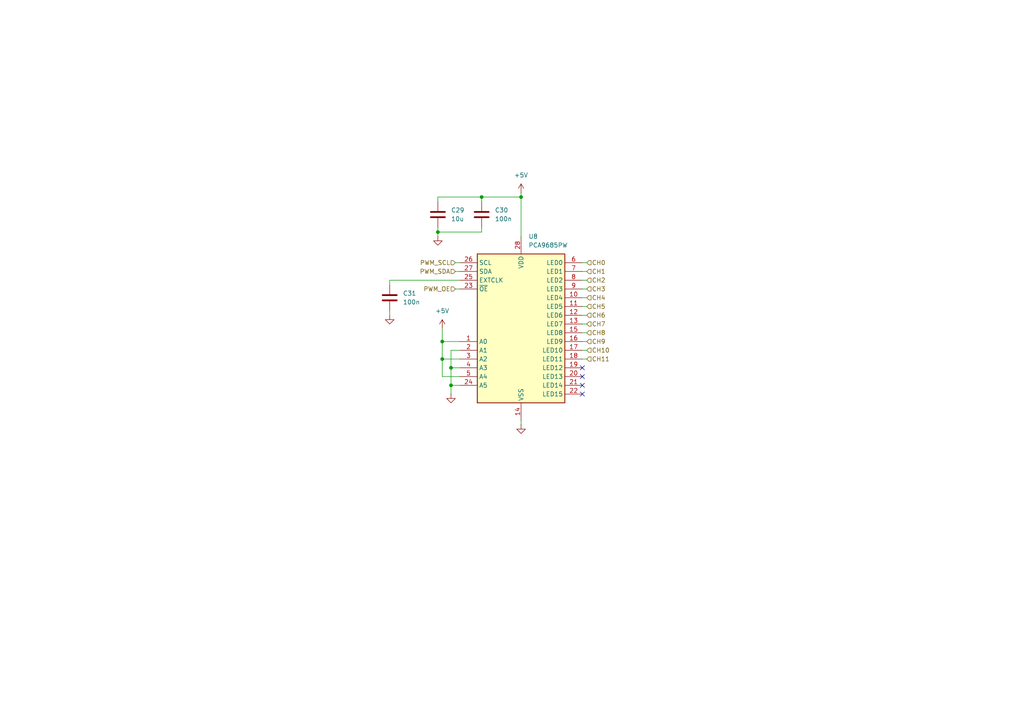
<source format=kicad_sch>
(kicad_sch
	(version 20250114)
	(generator "eeschema")
	(generator_version "9.0")
	(uuid "fb50fb94-3d56-46fa-924e-ab714dbbefc7")
	(paper "A4")
	(lib_symbols
		(symbol "Device:C"
			(pin_numbers
				(hide yes)
			)
			(pin_names
				(offset 0.254)
			)
			(exclude_from_sim no)
			(in_bom yes)
			(on_board yes)
			(property "Reference" "C"
				(at 0.635 2.54 0)
				(effects
					(font
						(size 1.27 1.27)
					)
					(justify left)
				)
			)
			(property "Value" "C"
				(at 0.635 -2.54 0)
				(effects
					(font
						(size 1.27 1.27)
					)
					(justify left)
				)
			)
			(property "Footprint" ""
				(at 0.9652 -3.81 0)
				(effects
					(font
						(size 1.27 1.27)
					)
					(hide yes)
				)
			)
			(property "Datasheet" "~"
				(at 0 0 0)
				(effects
					(font
						(size 1.27 1.27)
					)
					(hide yes)
				)
			)
			(property "Description" "Unpolarized capacitor"
				(at 0 0 0)
				(effects
					(font
						(size 1.27 1.27)
					)
					(hide yes)
				)
			)
			(property "ki_keywords" "cap capacitor"
				(at 0 0 0)
				(effects
					(font
						(size 1.27 1.27)
					)
					(hide yes)
				)
			)
			(property "ki_fp_filters" "C_*"
				(at 0 0 0)
				(effects
					(font
						(size 1.27 1.27)
					)
					(hide yes)
				)
			)
			(symbol "C_0_1"
				(polyline
					(pts
						(xy -2.032 0.762) (xy 2.032 0.762)
					)
					(stroke
						(width 0.508)
						(type default)
					)
					(fill
						(type none)
					)
				)
				(polyline
					(pts
						(xy -2.032 -0.762) (xy 2.032 -0.762)
					)
					(stroke
						(width 0.508)
						(type default)
					)
					(fill
						(type none)
					)
				)
			)
			(symbol "C_1_1"
				(pin passive line
					(at 0 3.81 270)
					(length 2.794)
					(name "~"
						(effects
							(font
								(size 1.27 1.27)
							)
						)
					)
					(number "1"
						(effects
							(font
								(size 1.27 1.27)
							)
						)
					)
				)
				(pin passive line
					(at 0 -3.81 90)
					(length 2.794)
					(name "~"
						(effects
							(font
								(size 1.27 1.27)
							)
						)
					)
					(number "2"
						(effects
							(font
								(size 1.27 1.27)
							)
						)
					)
				)
			)
			(embedded_fonts no)
		)
		(symbol "Driver_LED:PCA9685PW"
			(exclude_from_sim no)
			(in_bom yes)
			(on_board yes)
			(property "Reference" "U"
				(at -12.7 22.225 0)
				(effects
					(font
						(size 1.27 1.27)
					)
					(justify left)
				)
			)
			(property "Value" "PCA9685PW"
				(at 1.27 22.225 0)
				(effects
					(font
						(size 1.27 1.27)
					)
					(justify left)
				)
			)
			(property "Footprint" "Package_SO:TSSOP-28_4.4x9.7mm_P0.65mm"
				(at 0.635 -24.765 0)
				(effects
					(font
						(size 1.27 1.27)
					)
					(justify left)
					(hide yes)
				)
			)
			(property "Datasheet" "http://www.nxp.com/docs/en/data-sheet/PCA9685.pdf"
				(at -10.16 17.78 0)
				(effects
					(font
						(size 1.27 1.27)
					)
					(hide yes)
				)
			)
			(property "Description" "16-channel 12-bit PWM Fm+ I2C-bus LED controller RGBA TSSOP"
				(at 0 0 0)
				(effects
					(font
						(size 1.27 1.27)
					)
					(hide yes)
				)
			)
			(property "ki_keywords" "PWM LED driver I2C TSSOP"
				(at 0 0 0)
				(effects
					(font
						(size 1.27 1.27)
					)
					(hide yes)
				)
			)
			(property "ki_fp_filters" "TSSOP*4.4x9.7mm*P0.65mm*"
				(at 0 0 0)
				(effects
					(font
						(size 1.27 1.27)
					)
					(hide yes)
				)
			)
			(symbol "PCA9685PW_0_1"
				(rectangle
					(start -12.7 20.32)
					(end 12.7 -22.86)
					(stroke
						(width 0.254)
						(type default)
					)
					(fill
						(type background)
					)
				)
			)
			(symbol "PCA9685PW_1_1"
				(pin input line
					(at -17.78 17.78 0)
					(length 5.08)
					(name "SCL"
						(effects
							(font
								(size 1.27 1.27)
							)
						)
					)
					(number "26"
						(effects
							(font
								(size 1.27 1.27)
							)
						)
					)
				)
				(pin bidirectional line
					(at -17.78 15.24 0)
					(length 5.08)
					(name "SDA"
						(effects
							(font
								(size 1.27 1.27)
							)
						)
					)
					(number "27"
						(effects
							(font
								(size 1.27 1.27)
							)
						)
					)
				)
				(pin input line
					(at -17.78 12.7 0)
					(length 5.08)
					(name "EXTCLK"
						(effects
							(font
								(size 1.27 1.27)
							)
						)
					)
					(number "25"
						(effects
							(font
								(size 1.27 1.27)
							)
						)
					)
				)
				(pin input line
					(at -17.78 10.16 0)
					(length 5.08)
					(name "~{OE}"
						(effects
							(font
								(size 1.27 1.27)
							)
						)
					)
					(number "23"
						(effects
							(font
								(size 1.27 1.27)
							)
						)
					)
				)
				(pin input line
					(at -17.78 -5.08 0)
					(length 5.08)
					(name "A0"
						(effects
							(font
								(size 1.27 1.27)
							)
						)
					)
					(number "1"
						(effects
							(font
								(size 1.27 1.27)
							)
						)
					)
				)
				(pin input line
					(at -17.78 -7.62 0)
					(length 5.08)
					(name "A1"
						(effects
							(font
								(size 1.27 1.27)
							)
						)
					)
					(number "2"
						(effects
							(font
								(size 1.27 1.27)
							)
						)
					)
				)
				(pin input line
					(at -17.78 -10.16 0)
					(length 5.08)
					(name "A2"
						(effects
							(font
								(size 1.27 1.27)
							)
						)
					)
					(number "3"
						(effects
							(font
								(size 1.27 1.27)
							)
						)
					)
				)
				(pin input line
					(at -17.78 -12.7 0)
					(length 5.08)
					(name "A3"
						(effects
							(font
								(size 1.27 1.27)
							)
						)
					)
					(number "4"
						(effects
							(font
								(size 1.27 1.27)
							)
						)
					)
				)
				(pin input line
					(at -17.78 -15.24 0)
					(length 5.08)
					(name "A4"
						(effects
							(font
								(size 1.27 1.27)
							)
						)
					)
					(number "5"
						(effects
							(font
								(size 1.27 1.27)
							)
						)
					)
				)
				(pin input line
					(at -17.78 -17.78 0)
					(length 5.08)
					(name "A5"
						(effects
							(font
								(size 1.27 1.27)
							)
						)
					)
					(number "24"
						(effects
							(font
								(size 1.27 1.27)
							)
						)
					)
				)
				(pin power_in line
					(at 0 25.4 270)
					(length 5.08)
					(name "VDD"
						(effects
							(font
								(size 1.27 1.27)
							)
						)
					)
					(number "28"
						(effects
							(font
								(size 1.27 1.27)
							)
						)
					)
				)
				(pin power_in line
					(at 0 -27.94 90)
					(length 5.08)
					(name "VSS"
						(effects
							(font
								(size 1.27 1.27)
							)
						)
					)
					(number "14"
						(effects
							(font
								(size 1.27 1.27)
							)
						)
					)
				)
				(pin output line
					(at 17.78 17.78 180)
					(length 5.08)
					(name "LED0"
						(effects
							(font
								(size 1.27 1.27)
							)
						)
					)
					(number "6"
						(effects
							(font
								(size 1.27 1.27)
							)
						)
					)
				)
				(pin output line
					(at 17.78 15.24 180)
					(length 5.08)
					(name "LED1"
						(effects
							(font
								(size 1.27 1.27)
							)
						)
					)
					(number "7"
						(effects
							(font
								(size 1.27 1.27)
							)
						)
					)
				)
				(pin output line
					(at 17.78 12.7 180)
					(length 5.08)
					(name "LED2"
						(effects
							(font
								(size 1.27 1.27)
							)
						)
					)
					(number "8"
						(effects
							(font
								(size 1.27 1.27)
							)
						)
					)
				)
				(pin output line
					(at 17.78 10.16 180)
					(length 5.08)
					(name "LED3"
						(effects
							(font
								(size 1.27 1.27)
							)
						)
					)
					(number "9"
						(effects
							(font
								(size 1.27 1.27)
							)
						)
					)
				)
				(pin output line
					(at 17.78 7.62 180)
					(length 5.08)
					(name "LED4"
						(effects
							(font
								(size 1.27 1.27)
							)
						)
					)
					(number "10"
						(effects
							(font
								(size 1.27 1.27)
							)
						)
					)
				)
				(pin output line
					(at 17.78 5.08 180)
					(length 5.08)
					(name "LED5"
						(effects
							(font
								(size 1.27 1.27)
							)
						)
					)
					(number "11"
						(effects
							(font
								(size 1.27 1.27)
							)
						)
					)
				)
				(pin output line
					(at 17.78 2.54 180)
					(length 5.08)
					(name "LED6"
						(effects
							(font
								(size 1.27 1.27)
							)
						)
					)
					(number "12"
						(effects
							(font
								(size 1.27 1.27)
							)
						)
					)
				)
				(pin output line
					(at 17.78 0 180)
					(length 5.08)
					(name "LED7"
						(effects
							(font
								(size 1.27 1.27)
							)
						)
					)
					(number "13"
						(effects
							(font
								(size 1.27 1.27)
							)
						)
					)
				)
				(pin output line
					(at 17.78 -2.54 180)
					(length 5.08)
					(name "LED8"
						(effects
							(font
								(size 1.27 1.27)
							)
						)
					)
					(number "15"
						(effects
							(font
								(size 1.27 1.27)
							)
						)
					)
				)
				(pin output line
					(at 17.78 -5.08 180)
					(length 5.08)
					(name "LED9"
						(effects
							(font
								(size 1.27 1.27)
							)
						)
					)
					(number "16"
						(effects
							(font
								(size 1.27 1.27)
							)
						)
					)
				)
				(pin output line
					(at 17.78 -7.62 180)
					(length 5.08)
					(name "LED10"
						(effects
							(font
								(size 1.27 1.27)
							)
						)
					)
					(number "17"
						(effects
							(font
								(size 1.27 1.27)
							)
						)
					)
				)
				(pin output line
					(at 17.78 -10.16 180)
					(length 5.08)
					(name "LED11"
						(effects
							(font
								(size 1.27 1.27)
							)
						)
					)
					(number "18"
						(effects
							(font
								(size 1.27 1.27)
							)
						)
					)
				)
				(pin output line
					(at 17.78 -12.7 180)
					(length 5.08)
					(name "LED12"
						(effects
							(font
								(size 1.27 1.27)
							)
						)
					)
					(number "19"
						(effects
							(font
								(size 1.27 1.27)
							)
						)
					)
				)
				(pin output line
					(at 17.78 -15.24 180)
					(length 5.08)
					(name "LED13"
						(effects
							(font
								(size 1.27 1.27)
							)
						)
					)
					(number "20"
						(effects
							(font
								(size 1.27 1.27)
							)
						)
					)
				)
				(pin output line
					(at 17.78 -17.78 180)
					(length 5.08)
					(name "LED14"
						(effects
							(font
								(size 1.27 1.27)
							)
						)
					)
					(number "21"
						(effects
							(font
								(size 1.27 1.27)
							)
						)
					)
				)
				(pin output line
					(at 17.78 -20.32 180)
					(length 5.08)
					(name "LED15"
						(effects
							(font
								(size 1.27 1.27)
							)
						)
					)
					(number "22"
						(effects
							(font
								(size 1.27 1.27)
							)
						)
					)
				)
			)
			(embedded_fonts no)
		)
		(symbol "power:+5V"
			(power)
			(pin_numbers
				(hide yes)
			)
			(pin_names
				(offset 0)
				(hide yes)
			)
			(exclude_from_sim no)
			(in_bom yes)
			(on_board yes)
			(property "Reference" "#PWR"
				(at 0 -3.81 0)
				(effects
					(font
						(size 1.27 1.27)
					)
					(hide yes)
				)
			)
			(property "Value" "+5V"
				(at 0 3.556 0)
				(effects
					(font
						(size 1.27 1.27)
					)
				)
			)
			(property "Footprint" ""
				(at 0 0 0)
				(effects
					(font
						(size 1.27 1.27)
					)
					(hide yes)
				)
			)
			(property "Datasheet" ""
				(at 0 0 0)
				(effects
					(font
						(size 1.27 1.27)
					)
					(hide yes)
				)
			)
			(property "Description" "Power symbol creates a global label with name \"+5V\""
				(at 0 0 0)
				(effects
					(font
						(size 1.27 1.27)
					)
					(hide yes)
				)
			)
			(property "ki_keywords" "global power"
				(at 0 0 0)
				(effects
					(font
						(size 1.27 1.27)
					)
					(hide yes)
				)
			)
			(symbol "+5V_0_1"
				(polyline
					(pts
						(xy -0.762 1.27) (xy 0 2.54)
					)
					(stroke
						(width 0)
						(type default)
					)
					(fill
						(type none)
					)
				)
				(polyline
					(pts
						(xy 0 2.54) (xy 0.762 1.27)
					)
					(stroke
						(width 0)
						(type default)
					)
					(fill
						(type none)
					)
				)
				(polyline
					(pts
						(xy 0 0) (xy 0 2.54)
					)
					(stroke
						(width 0)
						(type default)
					)
					(fill
						(type none)
					)
				)
			)
			(symbol "+5V_1_1"
				(pin power_in line
					(at 0 0 90)
					(length 0)
					(name "~"
						(effects
							(font
								(size 1.27 1.27)
							)
						)
					)
					(number "1"
						(effects
							(font
								(size 1.27 1.27)
							)
						)
					)
				)
			)
			(embedded_fonts no)
		)
		(symbol "power:GND"
			(power)
			(pin_numbers
				(hide yes)
			)
			(pin_names
				(offset 0)
				(hide yes)
			)
			(exclude_from_sim no)
			(in_bom yes)
			(on_board yes)
			(property "Reference" "#PWR"
				(at 0 -6.35 0)
				(effects
					(font
						(size 1.27 1.27)
					)
					(hide yes)
				)
			)
			(property "Value" "GND"
				(at 0 -3.81 0)
				(effects
					(font
						(size 1.27 1.27)
					)
				)
			)
			(property "Footprint" ""
				(at 0 0 0)
				(effects
					(font
						(size 1.27 1.27)
					)
					(hide yes)
				)
			)
			(property "Datasheet" ""
				(at 0 0 0)
				(effects
					(font
						(size 1.27 1.27)
					)
					(hide yes)
				)
			)
			(property "Description" "Power symbol creates a global label with name \"GND\" , ground"
				(at 0 0 0)
				(effects
					(font
						(size 1.27 1.27)
					)
					(hide yes)
				)
			)
			(property "ki_keywords" "global power"
				(at 0 0 0)
				(effects
					(font
						(size 1.27 1.27)
					)
					(hide yes)
				)
			)
			(symbol "GND_0_1"
				(polyline
					(pts
						(xy 0 0) (xy 0 -1.27) (xy 1.27 -1.27) (xy 0 -2.54) (xy -1.27 -1.27) (xy 0 -1.27)
					)
					(stroke
						(width 0)
						(type default)
					)
					(fill
						(type none)
					)
				)
			)
			(symbol "GND_1_1"
				(pin power_in line
					(at 0 0 270)
					(length 0)
					(name "~"
						(effects
							(font
								(size 1.27 1.27)
							)
						)
					)
					(number "1"
						(effects
							(font
								(size 1.27 1.27)
							)
						)
					)
				)
			)
			(embedded_fonts no)
		)
	)
	(junction
		(at 130.81 111.76)
		(diameter 0)
		(color 0 0 0 0)
		(uuid "2dfa9f6f-87d1-4ae5-8ce9-ed1040a3f621")
	)
	(junction
		(at 128.27 99.06)
		(diameter 0)
		(color 0 0 0 0)
		(uuid "635f813c-d87c-4b18-b9d0-c7e127f4fb7d")
	)
	(junction
		(at 139.7 57.15)
		(diameter 0)
		(color 0 0 0 0)
		(uuid "6d61b2cc-da4a-4a63-8679-46794c09e6c2")
	)
	(junction
		(at 151.13 57.15)
		(diameter 0)
		(color 0 0 0 0)
		(uuid "96cba964-0f27-43d7-9b8c-9d22ff0e295b")
	)
	(junction
		(at 128.27 104.14)
		(diameter 0)
		(color 0 0 0 0)
		(uuid "b6be9025-481c-4417-a270-6bc5395a19e6")
	)
	(junction
		(at 130.81 106.68)
		(diameter 0)
		(color 0 0 0 0)
		(uuid "e336ea19-c62a-4e70-9f09-a8b5b5908b81")
	)
	(junction
		(at 127 67.31)
		(diameter 0)
		(color 0 0 0 0)
		(uuid "e5de19b7-e206-4fd7-8d61-05c5279683e6")
	)
	(no_connect
		(at 168.91 114.3)
		(uuid "53c82638-6c86-445d-8fb0-223e058f11f9")
	)
	(no_connect
		(at 168.91 111.76)
		(uuid "80baec7d-8521-489b-bdb3-eef65924ccec")
	)
	(no_connect
		(at 168.91 106.68)
		(uuid "e19672a9-8183-47ca-8a31-afc50b428890")
	)
	(no_connect
		(at 168.91 109.22)
		(uuid "f3f64e55-4d6a-42d7-8603-f1648222a0c4")
	)
	(wire
		(pts
			(xy 168.91 91.44) (xy 170.18 91.44)
		)
		(stroke
			(width 0)
			(type default)
		)
		(uuid "0386f2e9-4dce-4cd4-8360-87a23f04909e")
	)
	(wire
		(pts
			(xy 139.7 57.15) (xy 151.13 57.15)
		)
		(stroke
			(width 0)
			(type default)
		)
		(uuid "0778557c-850b-4630-92ad-3d343cc44b03")
	)
	(wire
		(pts
			(xy 127 66.04) (xy 127 67.31)
		)
		(stroke
			(width 0)
			(type default)
		)
		(uuid "13369560-4541-4707-a279-0d48dbc421c2")
	)
	(wire
		(pts
			(xy 168.91 83.82) (xy 170.18 83.82)
		)
		(stroke
			(width 0)
			(type default)
		)
		(uuid "160c9f6f-3dd5-4d67-9678-14a5d9d92998")
	)
	(wire
		(pts
			(xy 168.91 88.9) (xy 170.18 88.9)
		)
		(stroke
			(width 0)
			(type default)
		)
		(uuid "1a61c11c-e0f3-4c2d-8828-df423eb66824")
	)
	(wire
		(pts
			(xy 130.81 106.68) (xy 130.81 111.76)
		)
		(stroke
			(width 0)
			(type default)
		)
		(uuid "1acb6b20-dd34-49d9-bf83-7e0de2367494")
	)
	(wire
		(pts
			(xy 127 67.31) (xy 127 68.58)
		)
		(stroke
			(width 0)
			(type default)
		)
		(uuid "233100f8-4e89-4d40-9ef3-60bd37a49efe")
	)
	(wire
		(pts
			(xy 139.7 57.15) (xy 139.7 58.42)
		)
		(stroke
			(width 0)
			(type default)
		)
		(uuid "285571cb-0772-4f57-ace8-008a89530fd9")
	)
	(wire
		(pts
			(xy 139.7 67.31) (xy 127 67.31)
		)
		(stroke
			(width 0)
			(type default)
		)
		(uuid "2cd78cac-7b03-4700-8a3f-ee97bc4bf67a")
	)
	(wire
		(pts
			(xy 139.7 66.04) (xy 139.7 67.31)
		)
		(stroke
			(width 0)
			(type default)
		)
		(uuid "3801a2ae-b519-4efd-b7a3-10127d40408f")
	)
	(wire
		(pts
			(xy 151.13 57.15) (xy 151.13 68.58)
		)
		(stroke
			(width 0)
			(type default)
		)
		(uuid "3a4f956c-b8e2-43be-988c-b56af562a200")
	)
	(wire
		(pts
			(xy 151.13 121.92) (xy 151.13 123.19)
		)
		(stroke
			(width 0)
			(type default)
		)
		(uuid "4a9645ca-adf6-4f98-8805-d5df28f746fa")
	)
	(wire
		(pts
			(xy 128.27 99.06) (xy 128.27 95.25)
		)
		(stroke
			(width 0)
			(type default)
		)
		(uuid "4c8685dc-815a-480f-b7fb-dd90a13ec44d")
	)
	(wire
		(pts
			(xy 132.08 78.74) (xy 133.35 78.74)
		)
		(stroke
			(width 0)
			(type default)
		)
		(uuid "5444e112-8a6c-47cb-b765-7e77b22c81c8")
	)
	(wire
		(pts
			(xy 168.91 93.98) (xy 170.18 93.98)
		)
		(stroke
			(width 0)
			(type default)
		)
		(uuid "559348f5-8572-4de5-b324-269051b52c29")
	)
	(wire
		(pts
			(xy 168.91 104.14) (xy 170.18 104.14)
		)
		(stroke
			(width 0)
			(type default)
		)
		(uuid "58de9727-90bb-432a-b541-34f7eaab2b0a")
	)
	(wire
		(pts
			(xy 133.35 101.6) (xy 130.81 101.6)
		)
		(stroke
			(width 0)
			(type default)
		)
		(uuid "64102c7d-a2a7-4542-a338-4d55e66093ec")
	)
	(wire
		(pts
			(xy 130.81 101.6) (xy 130.81 106.68)
		)
		(stroke
			(width 0)
			(type default)
		)
		(uuid "6876f162-8d6a-4823-8b60-e25ec28410f9")
	)
	(wire
		(pts
			(xy 128.27 109.22) (xy 128.27 104.14)
		)
		(stroke
			(width 0)
			(type default)
		)
		(uuid "6ad6d3a9-c61d-44dd-ac73-4b14c354877d")
	)
	(wire
		(pts
			(xy 113.03 81.28) (xy 133.35 81.28)
		)
		(stroke
			(width 0)
			(type default)
		)
		(uuid "6c4a4ddd-1a30-4968-98d4-9a3f334e3fde")
	)
	(wire
		(pts
			(xy 168.91 99.06) (xy 170.18 99.06)
		)
		(stroke
			(width 0)
			(type default)
		)
		(uuid "727fd7b8-7749-4f39-bc1d-3ac8ccb5dd0b")
	)
	(wire
		(pts
			(xy 128.27 104.14) (xy 128.27 99.06)
		)
		(stroke
			(width 0)
			(type default)
		)
		(uuid "75c837fc-bf47-41f6-868d-f7b21e5deab5")
	)
	(wire
		(pts
			(xy 128.27 104.14) (xy 133.35 104.14)
		)
		(stroke
			(width 0)
			(type default)
		)
		(uuid "77980788-50f7-4bfd-a889-8171512a981f")
	)
	(wire
		(pts
			(xy 128.27 99.06) (xy 133.35 99.06)
		)
		(stroke
			(width 0)
			(type default)
		)
		(uuid "7d5cd895-e1f2-40cf-ae95-da702859426c")
	)
	(wire
		(pts
			(xy 133.35 109.22) (xy 128.27 109.22)
		)
		(stroke
			(width 0)
			(type default)
		)
		(uuid "878979e1-c44b-4e10-ac13-751e9d87b6cc")
	)
	(wire
		(pts
			(xy 132.08 76.2) (xy 133.35 76.2)
		)
		(stroke
			(width 0)
			(type default)
		)
		(uuid "8ab0ff14-f700-41c6-b66d-1c0c97910248")
	)
	(wire
		(pts
			(xy 130.81 111.76) (xy 130.81 114.3)
		)
		(stroke
			(width 0)
			(type default)
		)
		(uuid "8d7c4379-e336-4cc2-928d-d6f543a3e3bf")
	)
	(wire
		(pts
			(xy 168.91 76.2) (xy 170.18 76.2)
		)
		(stroke
			(width 0)
			(type default)
		)
		(uuid "8d821b74-790c-4ce4-be95-e3563d1faf6b")
	)
	(wire
		(pts
			(xy 168.91 86.36) (xy 170.18 86.36)
		)
		(stroke
			(width 0)
			(type default)
		)
		(uuid "9308f20e-b223-4858-af8f-b0a85913779c")
	)
	(wire
		(pts
			(xy 168.91 101.6) (xy 170.18 101.6)
		)
		(stroke
			(width 0)
			(type default)
		)
		(uuid "980aa54d-abac-40d3-ac6e-66921c52fdb6")
	)
	(wire
		(pts
			(xy 151.13 55.88) (xy 151.13 57.15)
		)
		(stroke
			(width 0)
			(type default)
		)
		(uuid "99ace3c4-c553-4b81-9425-5bafa9c1d5f5")
	)
	(wire
		(pts
			(xy 132.08 83.82) (xy 133.35 83.82)
		)
		(stroke
			(width 0)
			(type default)
		)
		(uuid "9abd4cda-7b91-4444-a302-cecc4def41fb")
	)
	(wire
		(pts
			(xy 127 57.15) (xy 139.7 57.15)
		)
		(stroke
			(width 0)
			(type default)
		)
		(uuid "a22b20cc-97bf-4b63-947c-4a14514a9692")
	)
	(wire
		(pts
			(xy 130.81 106.68) (xy 133.35 106.68)
		)
		(stroke
			(width 0)
			(type default)
		)
		(uuid "a8a9990a-4b2e-41c3-b48c-2fd5d0f7be45")
	)
	(wire
		(pts
			(xy 168.91 78.74) (xy 170.18 78.74)
		)
		(stroke
			(width 0)
			(type default)
		)
		(uuid "acb139b1-b293-48c2-bf24-ded83f12c20b")
	)
	(wire
		(pts
			(xy 168.91 81.28) (xy 170.18 81.28)
		)
		(stroke
			(width 0)
			(type default)
		)
		(uuid "aecc79c8-72f3-4ce6-b135-c00d7e174168")
	)
	(wire
		(pts
			(xy 113.03 82.55) (xy 113.03 81.28)
		)
		(stroke
			(width 0)
			(type default)
		)
		(uuid "c263e93b-e56a-4b08-9f9a-25782bbae508")
	)
	(wire
		(pts
			(xy 127 58.42) (xy 127 57.15)
		)
		(stroke
			(width 0)
			(type default)
		)
		(uuid "c2ea6b02-b415-412c-b7b1-93a865e53dc6")
	)
	(wire
		(pts
			(xy 113.03 90.17) (xy 113.03 91.44)
		)
		(stroke
			(width 0)
			(type default)
		)
		(uuid "c4741c38-40f9-43fa-bb75-0bc650b6bc64")
	)
	(wire
		(pts
			(xy 130.81 111.76) (xy 133.35 111.76)
		)
		(stroke
			(width 0)
			(type default)
		)
		(uuid "c5a6424b-41c3-4fff-a30d-98f882ed61b7")
	)
	(wire
		(pts
			(xy 168.91 96.52) (xy 170.18 96.52)
		)
		(stroke
			(width 0)
			(type default)
		)
		(uuid "cdebe6ea-f940-4593-8f19-c690cb9821f9")
	)
	(hierarchical_label "CH9"
		(shape input)
		(at 170.18 99.06 0)
		(effects
			(font
				(size 1.27 1.27)
			)
			(justify left)
		)
		(uuid "0468ff2e-2555-4d5e-b40f-336db3eba850")
	)
	(hierarchical_label "PWM_OE"
		(shape input)
		(at 132.08 83.82 180)
		(effects
			(font
				(size 1.27 1.27)
			)
			(justify right)
		)
		(uuid "103cb4ba-0dc1-4e1d-9b26-752f137d75f6")
	)
	(hierarchical_label "PWM_SDA"
		(shape input)
		(at 132.08 78.74 180)
		(effects
			(font
				(size 1.27 1.27)
			)
			(justify right)
		)
		(uuid "12e598eb-3785-46e6-b0fc-50846f94be2f")
	)
	(hierarchical_label "CH5"
		(shape input)
		(at 170.18 88.9 0)
		(effects
			(font
				(size 1.27 1.27)
			)
			(justify left)
		)
		(uuid "15d9a243-74e3-4d2c-9760-8e3845c5c72c")
	)
	(hierarchical_label "CH11"
		(shape input)
		(at 170.18 104.14 0)
		(effects
			(font
				(size 1.27 1.27)
			)
			(justify left)
		)
		(uuid "2d1584a0-23a2-49e6-bf2a-c28f352ef6e3")
	)
	(hierarchical_label "CH3"
		(shape input)
		(at 170.18 83.82 0)
		(effects
			(font
				(size 1.27 1.27)
			)
			(justify left)
		)
		(uuid "3391c249-51ae-4dd5-88dc-b6794369b858")
	)
	(hierarchical_label "CH4"
		(shape input)
		(at 170.18 86.36 0)
		(effects
			(font
				(size 1.27 1.27)
			)
			(justify left)
		)
		(uuid "437ae92f-f826-4483-89c3-0611eaae894e")
	)
	(hierarchical_label "PWM_SCL"
		(shape input)
		(at 132.08 76.2 180)
		(effects
			(font
				(size 1.27 1.27)
			)
			(justify right)
		)
		(uuid "45ea3ca3-dc54-43cf-bb59-158fded67644")
	)
	(hierarchical_label "CH10"
		(shape input)
		(at 170.18 101.6 0)
		(effects
			(font
				(size 1.27 1.27)
			)
			(justify left)
		)
		(uuid "46b8e6d5-22f0-4568-8ab2-0b315885d68e")
	)
	(hierarchical_label "CH7"
		(shape input)
		(at 170.18 93.98 0)
		(effects
			(font
				(size 1.27 1.27)
			)
			(justify left)
		)
		(uuid "524dc66e-5777-49ef-9f7d-d2d2f0cba8bf")
	)
	(hierarchical_label "CH1"
		(shape input)
		(at 170.18 78.74 0)
		(effects
			(font
				(size 1.27 1.27)
			)
			(justify left)
		)
		(uuid "58a133a9-fd13-4246-b360-a5521644418a")
	)
	(hierarchical_label "CH8"
		(shape input)
		(at 170.18 96.52 0)
		(effects
			(font
				(size 1.27 1.27)
			)
			(justify left)
		)
		(uuid "64a07b49-0fd5-4d5a-9850-4dc47db7c51f")
	)
	(hierarchical_label "CH2"
		(shape input)
		(at 170.18 81.28 0)
		(effects
			(font
				(size 1.27 1.27)
			)
			(justify left)
		)
		(uuid "6abc98e4-3af9-47d2-8880-19c4703efc31")
	)
	(hierarchical_label "CH6"
		(shape input)
		(at 170.18 91.44 0)
		(effects
			(font
				(size 1.27 1.27)
			)
			(justify left)
		)
		(uuid "99158b9c-4fac-4e37-894a-a1cae4b83b60")
	)
	(hierarchical_label "CH0"
		(shape input)
		(at 170.18 76.2 0)
		(effects
			(font
				(size 1.27 1.27)
			)
			(justify left)
		)
		(uuid "f30febac-2f7f-413a-b3e4-494a39815670")
	)
	(symbol
		(lib_id "power:GND")
		(at 130.81 114.3 0)
		(unit 1)
		(exclude_from_sim no)
		(in_bom yes)
		(on_board yes)
		(dnp no)
		(fields_autoplaced yes)
		(uuid "208edc19-fd6d-490e-b3a0-3324dace99be")
		(property "Reference" "#PWR025"
			(at 130.81 120.65 0)
			(effects
				(font
					(size 1.27 1.27)
				)
				(hide yes)
			)
		)
		(property "Value" "GND"
			(at 130.81 119.38 0)
			(effects
				(font
					(size 1.27 1.27)
				)
				(hide yes)
			)
		)
		(property "Footprint" ""
			(at 130.81 114.3 0)
			(effects
				(font
					(size 1.27 1.27)
				)
				(hide yes)
			)
		)
		(property "Datasheet" ""
			(at 130.81 114.3 0)
			(effects
				(font
					(size 1.27 1.27)
				)
				(hide yes)
			)
		)
		(property "Description" "Power symbol creates a global label with name \"GND\" , ground"
			(at 130.81 114.3 0)
			(effects
				(font
					(size 1.27 1.27)
				)
				(hide yes)
			)
		)
		(pin "1"
			(uuid "3dd9d0c4-8576-4650-b1a7-588aafcd0b57")
		)
		(instances
			(project "Fan_Eve_V1.0"
				(path "/3b2348ba-8b31-4b25-9d4d-64f66293ce1c/99c1f9e4-f10a-4b07-87f7-63ddc6306732"
					(reference "#PWR025")
					(unit 1)
				)
			)
		)
	)
	(symbol
		(lib_id "Device:C")
		(at 113.03 86.36 0)
		(unit 1)
		(exclude_from_sim no)
		(in_bom yes)
		(on_board yes)
		(dnp no)
		(fields_autoplaced yes)
		(uuid "295e0f22-8d62-4f34-af81-4f3becb0ca25")
		(property "Reference" "C31"
			(at 116.84 85.0899 0)
			(effects
				(font
					(size 1.27 1.27)
				)
				(justify left)
			)
		)
		(property "Value" "100n"
			(at 116.84 87.6299 0)
			(effects
				(font
					(size 1.27 1.27)
				)
				(justify left)
			)
		)
		(property "Footprint" "Capacitor_SMD:C_0402_1005Metric"
			(at 113.9952 90.17 0)
			(effects
				(font
					(size 1.27 1.27)
				)
				(hide yes)
			)
		)
		(property "Datasheet" "~"
			(at 113.03 86.36 0)
			(effects
				(font
					(size 1.27 1.27)
				)
				(hide yes)
			)
		)
		(property "Description" "Unpolarized capacitor"
			(at 113.03 86.36 0)
			(effects
				(font
					(size 1.27 1.27)
				)
				(hide yes)
			)
		)
		(pin "2"
			(uuid "4985f262-e3ef-4290-8fb1-6c66d2bb8f6c")
		)
		(pin "1"
			(uuid "928e3bc8-4ea8-4bb3-bca0-d40040f53e67")
		)
		(instances
			(project "Fan_Eve_V1.0"
				(path "/3b2348ba-8b31-4b25-9d4d-64f66293ce1c/99c1f9e4-f10a-4b07-87f7-63ddc6306732"
					(reference "C31")
					(unit 1)
				)
			)
		)
	)
	(symbol
		(lib_id "power:+5V")
		(at 128.27 95.25 0)
		(unit 1)
		(exclude_from_sim no)
		(in_bom yes)
		(on_board yes)
		(dnp no)
		(fields_autoplaced yes)
		(uuid "55912ffe-3bf4-4587-856c-e0dd1bec740d")
		(property "Reference" "#PWR026"
			(at 128.27 99.06 0)
			(effects
				(font
					(size 1.27 1.27)
				)
				(hide yes)
			)
		)
		(property "Value" "+5V"
			(at 128.27 90.17 0)
			(effects
				(font
					(size 1.27 1.27)
				)
			)
		)
		(property "Footprint" ""
			(at 128.27 95.25 0)
			(effects
				(font
					(size 1.27 1.27)
				)
				(hide yes)
			)
		)
		(property "Datasheet" ""
			(at 128.27 95.25 0)
			(effects
				(font
					(size 1.27 1.27)
				)
				(hide yes)
			)
		)
		(property "Description" "Power symbol creates a global label with name \"+5V\""
			(at 128.27 95.25 0)
			(effects
				(font
					(size 1.27 1.27)
				)
				(hide yes)
			)
		)
		(pin "1"
			(uuid "ee155404-6646-4578-b9e6-cbd2eb7eb1b2")
		)
		(instances
			(project "Fan_Eve_V1.0"
				(path "/3b2348ba-8b31-4b25-9d4d-64f66293ce1c/99c1f9e4-f10a-4b07-87f7-63ddc6306732"
					(reference "#PWR026")
					(unit 1)
				)
			)
		)
	)
	(symbol
		(lib_id "Driver_LED:PCA9685PW")
		(at 151.13 93.98 0)
		(unit 1)
		(exclude_from_sim no)
		(in_bom yes)
		(on_board yes)
		(dnp no)
		(fields_autoplaced yes)
		(uuid "6b36db6c-e0ba-4695-ae52-060d175c4d17")
		(property "Reference" "U8"
			(at 153.2733 68.58 0)
			(effects
				(font
					(size 1.27 1.27)
				)
				(justify left)
			)
		)
		(property "Value" "PCA9685PW"
			(at 153.2733 71.12 0)
			(effects
				(font
					(size 1.27 1.27)
				)
				(justify left)
			)
		)
		(property "Footprint" "Package_SO:TSSOP-28_4.4x9.7mm_P0.65mm"
			(at 151.765 118.745 0)
			(effects
				(font
					(size 1.27 1.27)
				)
				(justify left)
				(hide yes)
			)
		)
		(property "Datasheet" "http://www.nxp.com/docs/en/data-sheet/PCA9685.pdf"
			(at 140.97 76.2 0)
			(effects
				(font
					(size 1.27 1.27)
				)
				(hide yes)
			)
		)
		(property "Description" "16-channel 12-bit PWM Fm+ I2C-bus LED controller RGBA TSSOP"
			(at 151.13 93.98 0)
			(effects
				(font
					(size 1.27 1.27)
				)
				(hide yes)
			)
		)
		(pin "26"
			(uuid "fee47f25-723f-4838-a7f8-c6a47958104c")
		)
		(pin "27"
			(uuid "3a3c4bf5-4fb1-4eb3-8c09-5b5a0340dd61")
		)
		(pin "25"
			(uuid "f68e292d-4858-4969-bf69-16a5c445d39f")
		)
		(pin "2"
			(uuid "59c64648-43a6-44c5-a0ea-aa130723725c")
		)
		(pin "6"
			(uuid "b4e286b7-bc6c-4c1d-9927-93efd34557bc")
		)
		(pin "10"
			(uuid "fe597601-c42c-4e0a-b04e-630777934be8")
		)
		(pin "18"
			(uuid "59d5365d-28a5-4c6e-bb85-5ef434c5a213")
		)
		(pin "5"
			(uuid "e3104588-f378-4817-b410-f3d058b03b56")
		)
		(pin "9"
			(uuid "01c4031d-d317-4cc2-9a84-b3ff85b33b93")
		)
		(pin "20"
			(uuid "201df22f-bbc6-44fe-ba6f-6a17702d0bb5")
		)
		(pin "21"
			(uuid "640b2622-72a2-4f9c-9df3-46e3fabafcc3")
		)
		(pin "11"
			(uuid "46fff7cc-5d51-4cbd-bfd9-89250054357b")
		)
		(pin "19"
			(uuid "ea119319-d433-4d0e-8a43-a31b797d598c")
		)
		(pin "7"
			(uuid "641c0a15-cf60-445a-82d3-1bcf0908b1e5")
		)
		(pin "12"
			(uuid "e8cc0c5f-7c24-46db-8c6e-d9ea15966690")
		)
		(pin "23"
			(uuid "33cc52b7-2b20-410a-bbc0-4160fac802ae")
		)
		(pin "16"
			(uuid "36f11d32-d7a2-4f5c-b401-f0f119326ce6")
		)
		(pin "24"
			(uuid "8c81d627-1aa6-4ff9-9c78-11705ca2b025")
		)
		(pin "8"
			(uuid "f0fed89a-bbd3-4231-a73c-7410f36a06b0")
		)
		(pin "22"
			(uuid "2eab632e-1d99-4c4c-b2be-b8c3b8a1d215")
		)
		(pin "17"
			(uuid "99f2153f-c398-4e0b-b808-8cc39ce07625")
		)
		(pin "13"
			(uuid "926f0409-bc23-4a63-8404-44492856bc79")
		)
		(pin "28"
			(uuid "72d50862-a0d3-4491-943f-2ae0ca9f2423")
		)
		(pin "14"
			(uuid "1427cf22-9860-4bab-a6b7-4fb9f6a078ca")
		)
		(pin "1"
			(uuid "7b4c17af-4045-434b-a400-f2cdd92f7548")
		)
		(pin "15"
			(uuid "12e06f73-fa0f-4f62-af64-172518fff438")
		)
		(pin "3"
			(uuid "adde4614-6c62-4187-9e41-f0733d6f2307")
		)
		(pin "4"
			(uuid "29f404ae-8172-4ba8-8ccc-755c69e9bfd9")
		)
		(instances
			(project ""
				(path "/3b2348ba-8b31-4b25-9d4d-64f66293ce1c/99c1f9e4-f10a-4b07-87f7-63ddc6306732"
					(reference "U8")
					(unit 1)
				)
			)
		)
	)
	(symbol
		(lib_id "Device:C")
		(at 139.7 62.23 0)
		(unit 1)
		(exclude_from_sim no)
		(in_bom yes)
		(on_board yes)
		(dnp no)
		(fields_autoplaced yes)
		(uuid "6b40a5cb-9ff0-4178-a010-5ba7a4f58354")
		(property "Reference" "C30"
			(at 143.51 60.9599 0)
			(effects
				(font
					(size 1.27 1.27)
				)
				(justify left)
			)
		)
		(property "Value" "100n"
			(at 143.51 63.4999 0)
			(effects
				(font
					(size 1.27 1.27)
				)
				(justify left)
			)
		)
		(property "Footprint" "Capacitor_SMD:C_0402_1005Metric"
			(at 140.6652 66.04 0)
			(effects
				(font
					(size 1.27 1.27)
				)
				(hide yes)
			)
		)
		(property "Datasheet" "~"
			(at 139.7 62.23 0)
			(effects
				(font
					(size 1.27 1.27)
				)
				(hide yes)
			)
		)
		(property "Description" "Unpolarized capacitor"
			(at 139.7 62.23 0)
			(effects
				(font
					(size 1.27 1.27)
				)
				(hide yes)
			)
		)
		(pin "2"
			(uuid "d5276b61-f003-427e-af9d-042dcee78efa")
		)
		(pin "1"
			(uuid "d09847d2-82b4-4fd0-b2cd-112f413cbc4d")
		)
		(instances
			(project "Fan_Eve_V1.0"
				(path "/3b2348ba-8b31-4b25-9d4d-64f66293ce1c/99c1f9e4-f10a-4b07-87f7-63ddc6306732"
					(reference "C30")
					(unit 1)
				)
			)
		)
	)
	(symbol
		(lib_id "power:+5V")
		(at 151.13 55.88 0)
		(unit 1)
		(exclude_from_sim no)
		(in_bom yes)
		(on_board yes)
		(dnp no)
		(fields_autoplaced yes)
		(uuid "741df829-1188-465c-a841-32c558b96ea7")
		(property "Reference" "#PWR022"
			(at 151.13 59.69 0)
			(effects
				(font
					(size 1.27 1.27)
				)
				(hide yes)
			)
		)
		(property "Value" "+5V"
			(at 151.13 50.8 0)
			(effects
				(font
					(size 1.27 1.27)
				)
			)
		)
		(property "Footprint" ""
			(at 151.13 55.88 0)
			(effects
				(font
					(size 1.27 1.27)
				)
				(hide yes)
			)
		)
		(property "Datasheet" ""
			(at 151.13 55.88 0)
			(effects
				(font
					(size 1.27 1.27)
				)
				(hide yes)
			)
		)
		(property "Description" "Power symbol creates a global label with name \"+5V\""
			(at 151.13 55.88 0)
			(effects
				(font
					(size 1.27 1.27)
				)
				(hide yes)
			)
		)
		(pin "1"
			(uuid "f5e531a2-f306-4a1d-b043-755a95c55913")
		)
		(instances
			(project ""
				(path "/3b2348ba-8b31-4b25-9d4d-64f66293ce1c/99c1f9e4-f10a-4b07-87f7-63ddc6306732"
					(reference "#PWR022")
					(unit 1)
				)
			)
		)
	)
	(symbol
		(lib_id "power:GND")
		(at 127 68.58 0)
		(unit 1)
		(exclude_from_sim no)
		(in_bom yes)
		(on_board yes)
		(dnp no)
		(fields_autoplaced yes)
		(uuid "7c7d6108-e0c8-4792-8507-dabc3408bf64")
		(property "Reference" "#PWR023"
			(at 127 74.93 0)
			(effects
				(font
					(size 1.27 1.27)
				)
				(hide yes)
			)
		)
		(property "Value" "GND"
			(at 127 73.66 0)
			(effects
				(font
					(size 1.27 1.27)
				)
				(hide yes)
			)
		)
		(property "Footprint" ""
			(at 127 68.58 0)
			(effects
				(font
					(size 1.27 1.27)
				)
				(hide yes)
			)
		)
		(property "Datasheet" ""
			(at 127 68.58 0)
			(effects
				(font
					(size 1.27 1.27)
				)
				(hide yes)
			)
		)
		(property "Description" "Power symbol creates a global label with name \"GND\" , ground"
			(at 127 68.58 0)
			(effects
				(font
					(size 1.27 1.27)
				)
				(hide yes)
			)
		)
		(pin "1"
			(uuid "0d0b1e6b-553c-4772-89dc-b03758f28b6c")
		)
		(instances
			(project "Fan_Eve_V1.0"
				(path "/3b2348ba-8b31-4b25-9d4d-64f66293ce1c/99c1f9e4-f10a-4b07-87f7-63ddc6306732"
					(reference "#PWR023")
					(unit 1)
				)
			)
		)
	)
	(symbol
		(lib_id "Device:C")
		(at 127 62.23 0)
		(unit 1)
		(exclude_from_sim no)
		(in_bom yes)
		(on_board yes)
		(dnp no)
		(fields_autoplaced yes)
		(uuid "8df4b9dc-31eb-45bf-bdf3-18cd178c6f29")
		(property "Reference" "C29"
			(at 130.81 60.9599 0)
			(effects
				(font
					(size 1.27 1.27)
				)
				(justify left)
			)
		)
		(property "Value" "10u"
			(at 130.81 63.4999 0)
			(effects
				(font
					(size 1.27 1.27)
				)
				(justify left)
			)
		)
		(property "Footprint" "Capacitor_SMD:C_0402_1005Metric"
			(at 127.9652 66.04 0)
			(effects
				(font
					(size 1.27 1.27)
				)
				(hide yes)
			)
		)
		(property "Datasheet" "~"
			(at 127 62.23 0)
			(effects
				(font
					(size 1.27 1.27)
				)
				(hide yes)
			)
		)
		(property "Description" "Unpolarized capacitor"
			(at 127 62.23 0)
			(effects
				(font
					(size 1.27 1.27)
				)
				(hide yes)
			)
		)
		(pin "2"
			(uuid "24f88809-958c-4a5b-961e-84d349ff1155")
		)
		(pin "1"
			(uuid "3ff723fc-7972-4c26-8422-f6f8385bfc2c")
		)
		(instances
			(project ""
				(path "/3b2348ba-8b31-4b25-9d4d-64f66293ce1c/99c1f9e4-f10a-4b07-87f7-63ddc6306732"
					(reference "C29")
					(unit 1)
				)
			)
		)
	)
	(symbol
		(lib_id "power:GND")
		(at 151.13 123.19 0)
		(unit 1)
		(exclude_from_sim no)
		(in_bom yes)
		(on_board yes)
		(dnp no)
		(fields_autoplaced yes)
		(uuid "f7727306-b78d-4fa7-86b0-5284b767c13c")
		(property "Reference" "#PWR021"
			(at 151.13 129.54 0)
			(effects
				(font
					(size 1.27 1.27)
				)
				(hide yes)
			)
		)
		(property "Value" "GND"
			(at 151.13 128.27 0)
			(effects
				(font
					(size 1.27 1.27)
				)
				(hide yes)
			)
		)
		(property "Footprint" ""
			(at 151.13 123.19 0)
			(effects
				(font
					(size 1.27 1.27)
				)
				(hide yes)
			)
		)
		(property "Datasheet" ""
			(at 151.13 123.19 0)
			(effects
				(font
					(size 1.27 1.27)
				)
				(hide yes)
			)
		)
		(property "Description" "Power symbol creates a global label with name \"GND\" , ground"
			(at 151.13 123.19 0)
			(effects
				(font
					(size 1.27 1.27)
				)
				(hide yes)
			)
		)
		(pin "1"
			(uuid "5df0baf7-f9ab-44c0-9f95-53e5ada360f8")
		)
		(instances
			(project ""
				(path "/3b2348ba-8b31-4b25-9d4d-64f66293ce1c/99c1f9e4-f10a-4b07-87f7-63ddc6306732"
					(reference "#PWR021")
					(unit 1)
				)
			)
		)
	)
	(symbol
		(lib_id "power:GND")
		(at 113.03 91.44 0)
		(unit 1)
		(exclude_from_sim no)
		(in_bom yes)
		(on_board yes)
		(dnp no)
		(fields_autoplaced yes)
		(uuid "f99d25bd-771e-4684-9b11-01704fc9dc18")
		(property "Reference" "#PWR024"
			(at 113.03 97.79 0)
			(effects
				(font
					(size 1.27 1.27)
				)
				(hide yes)
			)
		)
		(property "Value" "GND"
			(at 113.03 96.52 0)
			(effects
				(font
					(size 1.27 1.27)
				)
				(hide yes)
			)
		)
		(property "Footprint" ""
			(at 113.03 91.44 0)
			(effects
				(font
					(size 1.27 1.27)
				)
				(hide yes)
			)
		)
		(property "Datasheet" ""
			(at 113.03 91.44 0)
			(effects
				(font
					(size 1.27 1.27)
				)
				(hide yes)
			)
		)
		(property "Description" "Power symbol creates a global label with name \"GND\" , ground"
			(at 113.03 91.44 0)
			(effects
				(font
					(size 1.27 1.27)
				)
				(hide yes)
			)
		)
		(pin "1"
			(uuid "3fe6f491-5d8d-4c8c-800b-b949bdfb4cdf")
		)
		(instances
			(project "Fan_Eve_V1.0"
				(path "/3b2348ba-8b31-4b25-9d4d-64f66293ce1c/99c1f9e4-f10a-4b07-87f7-63ddc6306732"
					(reference "#PWR024")
					(unit 1)
				)
			)
		)
	)
)

</source>
